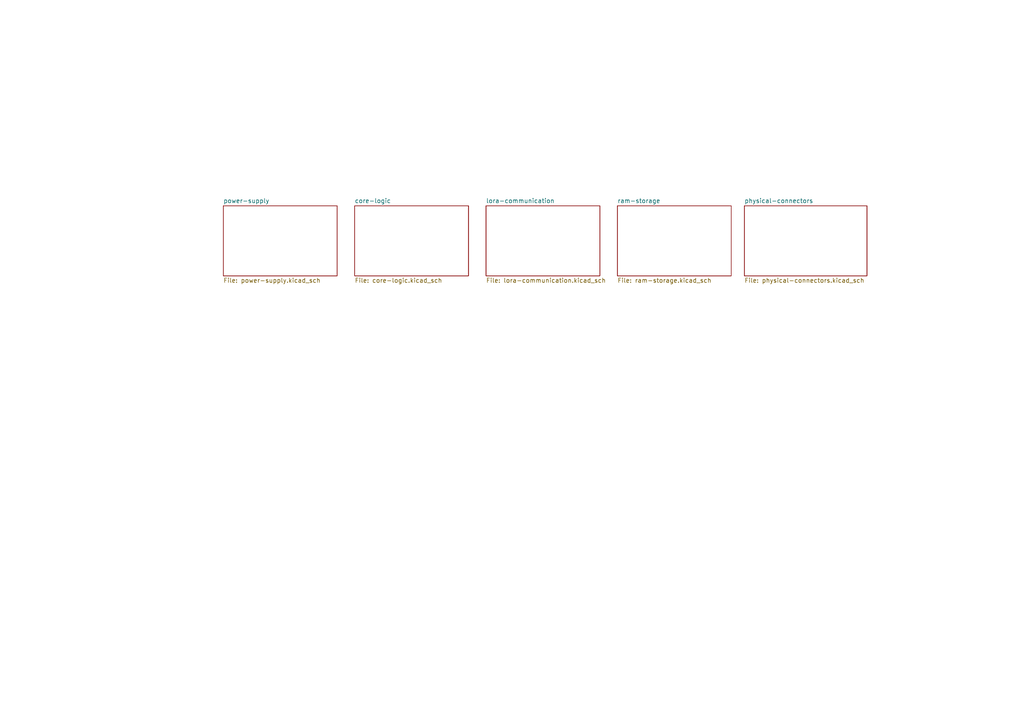
<source format=kicad_sch>
(kicad_sch (version 20211123) (generator eeschema)
  (paper "A4")
  (lib_symbols)
  (sheet (at 179.07 59.69) (size 33.02 20.32) (stroke (width 0.1524))
    (property "Sheet name" "ram-storage" (at 179.07 58.9784 0) (effects (justify left bottom)))
    (property "Sheet file" "ram-storage.kicad_sch" (at 179.07 80.5946 0) (effects (justify left top)))
  )
  (sheet (at 64.77 59.69) (size 33.02 20.32) (stroke (width 0.1524))
    (property "Sheet name" "power-supply" (at 64.77 58.9784 0) (effects (justify left bottom)))
    (property "Sheet file" "power-supply.kicad_sch" (at 64.77 80.5946 0) (effects (justify left top)))
  )
  (sheet (at 140.97 59.69) (size 33.02 20.32) (stroke (width 0.1524))
    (property "Sheet name" "lora-communication" (at 140.97 58.9784 0) (effects (justify left bottom)))
    (property "Sheet file" "lora-communication.kicad_sch" (at 140.97 80.5946 0) (effects (justify left top)))
  )
  (sheet (at 215.9 59.69) (size 35.56 20.32) (stroke (width 0.1524))
    (property "Sheet name" "physical-connectors" (at 215.9 58.9784 0) (effects (justify left bottom)))
    (property "Sheet file" "physical-connectors.kicad_sch" (at 215.9 80.5946 0) (effects (justify left top)))
  )
  (sheet (at 102.87 59.69) (size 33.02 20.32) (stroke (width 0.1524))
    (property "Sheet name" "core-logic" (at 102.87 58.9784 0) (effects (justify left bottom)))
    (property "Sheet file" "core-logic.kicad_sch" (at 102.87 80.5946 0) (effects (justify left top)))
  )
)
</source>
